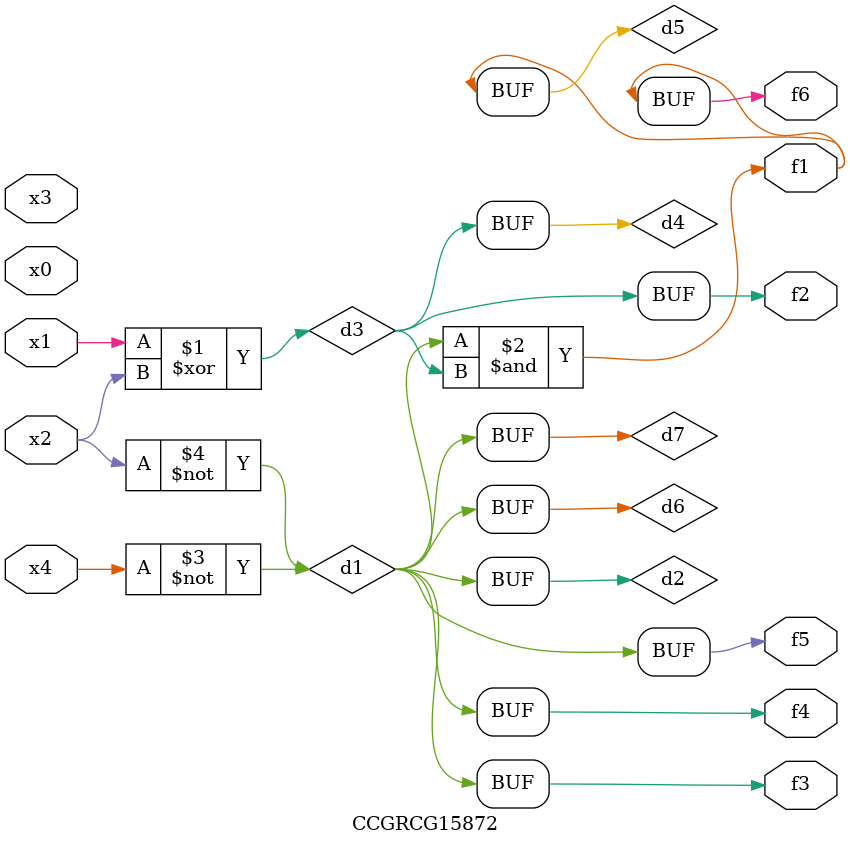
<source format=v>
module CCGRCG15872(
	input x0, x1, x2, x3, x4,
	output f1, f2, f3, f4, f5, f6
);

	wire d1, d2, d3, d4, d5, d6, d7;

	not (d1, x4);
	not (d2, x2);
	xor (d3, x1, x2);
	buf (d4, d3);
	and (d5, d1, d3);
	buf (d6, d1, d2);
	buf (d7, d2);
	assign f1 = d5;
	assign f2 = d4;
	assign f3 = d7;
	assign f4 = d7;
	assign f5 = d7;
	assign f6 = d5;
endmodule

</source>
